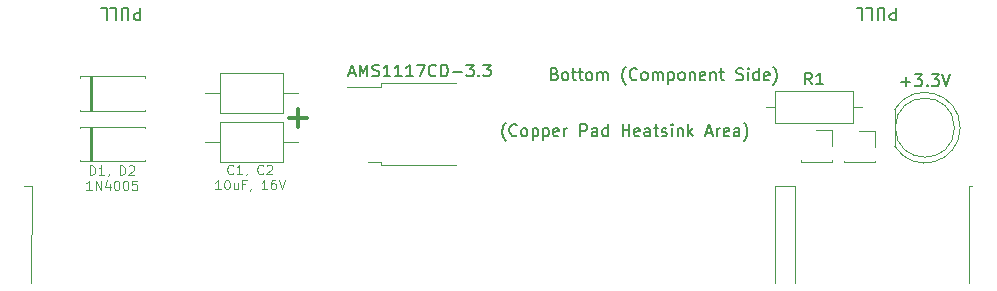
<source format=gbr>
%TF.GenerationSoftware,KiCad,Pcbnew,7.0.7*%
%TF.CreationDate,2023-11-02T08:25:27-05:00*%
%TF.ProjectId,PCI_Blaster,5043495f-426c-4617-9374-65722e6b6963,rev?*%
%TF.SameCoordinates,Original*%
%TF.FileFunction,Legend,Top*%
%TF.FilePolarity,Positive*%
%FSLAX46Y46*%
G04 Gerber Fmt 4.6, Leading zero omitted, Abs format (unit mm)*
G04 Created by KiCad (PCBNEW 7.0.7) date 2023-11-02 08:25:27*
%MOMM*%
%LPD*%
G01*
G04 APERTURE LIST*
%ADD10C,0.125000*%
%ADD11C,0.300000*%
%ADD12C,0.200000*%
%ADD13C,0.150000*%
%ADD14C,0.120000*%
G04 APERTURE END LIST*
D10*
X119353333Y-104249595D02*
X119353333Y-103449595D01*
X119353333Y-103449595D02*
X119543809Y-103449595D01*
X119543809Y-103449595D02*
X119658095Y-103487690D01*
X119658095Y-103487690D02*
X119734285Y-103563880D01*
X119734285Y-103563880D02*
X119772380Y-103640071D01*
X119772380Y-103640071D02*
X119810476Y-103792452D01*
X119810476Y-103792452D02*
X119810476Y-103906738D01*
X119810476Y-103906738D02*
X119772380Y-104059119D01*
X119772380Y-104059119D02*
X119734285Y-104135309D01*
X119734285Y-104135309D02*
X119658095Y-104211500D01*
X119658095Y-104211500D02*
X119543809Y-104249595D01*
X119543809Y-104249595D02*
X119353333Y-104249595D01*
X120572380Y-104249595D02*
X120115237Y-104249595D01*
X120343809Y-104249595D02*
X120343809Y-103449595D01*
X120343809Y-103449595D02*
X120267618Y-103563880D01*
X120267618Y-103563880D02*
X120191428Y-103640071D01*
X120191428Y-103640071D02*
X120115237Y-103678166D01*
X120953333Y-104211500D02*
X120953333Y-104249595D01*
X120953333Y-104249595D02*
X120915238Y-104325785D01*
X120915238Y-104325785D02*
X120877142Y-104363880D01*
X121905714Y-104249595D02*
X121905714Y-103449595D01*
X121905714Y-103449595D02*
X122096190Y-103449595D01*
X122096190Y-103449595D02*
X122210476Y-103487690D01*
X122210476Y-103487690D02*
X122286666Y-103563880D01*
X122286666Y-103563880D02*
X122324761Y-103640071D01*
X122324761Y-103640071D02*
X122362857Y-103792452D01*
X122362857Y-103792452D02*
X122362857Y-103906738D01*
X122362857Y-103906738D02*
X122324761Y-104059119D01*
X122324761Y-104059119D02*
X122286666Y-104135309D01*
X122286666Y-104135309D02*
X122210476Y-104211500D01*
X122210476Y-104211500D02*
X122096190Y-104249595D01*
X122096190Y-104249595D02*
X121905714Y-104249595D01*
X122667618Y-103525785D02*
X122705714Y-103487690D01*
X122705714Y-103487690D02*
X122781904Y-103449595D01*
X122781904Y-103449595D02*
X122972380Y-103449595D01*
X122972380Y-103449595D02*
X123048571Y-103487690D01*
X123048571Y-103487690D02*
X123086666Y-103525785D01*
X123086666Y-103525785D02*
X123124761Y-103601976D01*
X123124761Y-103601976D02*
X123124761Y-103678166D01*
X123124761Y-103678166D02*
X123086666Y-103792452D01*
X123086666Y-103792452D02*
X122629523Y-104249595D01*
X122629523Y-104249595D02*
X123124761Y-104249595D01*
X119505713Y-105537595D02*
X119048570Y-105537595D01*
X119277142Y-105537595D02*
X119277142Y-104737595D01*
X119277142Y-104737595D02*
X119200951Y-104851880D01*
X119200951Y-104851880D02*
X119124761Y-104928071D01*
X119124761Y-104928071D02*
X119048570Y-104966166D01*
X119848571Y-105537595D02*
X119848571Y-104737595D01*
X119848571Y-104737595D02*
X120305714Y-105537595D01*
X120305714Y-105537595D02*
X120305714Y-104737595D01*
X121029523Y-105004261D02*
X121029523Y-105537595D01*
X120839047Y-104699500D02*
X120648570Y-105270928D01*
X120648570Y-105270928D02*
X121143809Y-105270928D01*
X121600952Y-104737595D02*
X121677142Y-104737595D01*
X121677142Y-104737595D02*
X121753333Y-104775690D01*
X121753333Y-104775690D02*
X121791428Y-104813785D01*
X121791428Y-104813785D02*
X121829523Y-104889976D01*
X121829523Y-104889976D02*
X121867618Y-105042357D01*
X121867618Y-105042357D02*
X121867618Y-105232833D01*
X121867618Y-105232833D02*
X121829523Y-105385214D01*
X121829523Y-105385214D02*
X121791428Y-105461404D01*
X121791428Y-105461404D02*
X121753333Y-105499500D01*
X121753333Y-105499500D02*
X121677142Y-105537595D01*
X121677142Y-105537595D02*
X121600952Y-105537595D01*
X121600952Y-105537595D02*
X121524761Y-105499500D01*
X121524761Y-105499500D02*
X121486666Y-105461404D01*
X121486666Y-105461404D02*
X121448571Y-105385214D01*
X121448571Y-105385214D02*
X121410475Y-105232833D01*
X121410475Y-105232833D02*
X121410475Y-105042357D01*
X121410475Y-105042357D02*
X121448571Y-104889976D01*
X121448571Y-104889976D02*
X121486666Y-104813785D01*
X121486666Y-104813785D02*
X121524761Y-104775690D01*
X121524761Y-104775690D02*
X121600952Y-104737595D01*
X122362857Y-104737595D02*
X122439047Y-104737595D01*
X122439047Y-104737595D02*
X122515238Y-104775690D01*
X122515238Y-104775690D02*
X122553333Y-104813785D01*
X122553333Y-104813785D02*
X122591428Y-104889976D01*
X122591428Y-104889976D02*
X122629523Y-105042357D01*
X122629523Y-105042357D02*
X122629523Y-105232833D01*
X122629523Y-105232833D02*
X122591428Y-105385214D01*
X122591428Y-105385214D02*
X122553333Y-105461404D01*
X122553333Y-105461404D02*
X122515238Y-105499500D01*
X122515238Y-105499500D02*
X122439047Y-105537595D01*
X122439047Y-105537595D02*
X122362857Y-105537595D01*
X122362857Y-105537595D02*
X122286666Y-105499500D01*
X122286666Y-105499500D02*
X122248571Y-105461404D01*
X122248571Y-105461404D02*
X122210476Y-105385214D01*
X122210476Y-105385214D02*
X122172380Y-105232833D01*
X122172380Y-105232833D02*
X122172380Y-105042357D01*
X122172380Y-105042357D02*
X122210476Y-104889976D01*
X122210476Y-104889976D02*
X122248571Y-104813785D01*
X122248571Y-104813785D02*
X122286666Y-104775690D01*
X122286666Y-104775690D02*
X122362857Y-104737595D01*
X123353333Y-104737595D02*
X122972381Y-104737595D01*
X122972381Y-104737595D02*
X122934285Y-105118547D01*
X122934285Y-105118547D02*
X122972381Y-105080452D01*
X122972381Y-105080452D02*
X123048571Y-105042357D01*
X123048571Y-105042357D02*
X123239047Y-105042357D01*
X123239047Y-105042357D02*
X123315238Y-105080452D01*
X123315238Y-105080452D02*
X123353333Y-105118547D01*
X123353333Y-105118547D02*
X123391428Y-105194738D01*
X123391428Y-105194738D02*
X123391428Y-105385214D01*
X123391428Y-105385214D02*
X123353333Y-105461404D01*
X123353333Y-105461404D02*
X123315238Y-105499500D01*
X123315238Y-105499500D02*
X123239047Y-105537595D01*
X123239047Y-105537595D02*
X123048571Y-105537595D01*
X123048571Y-105537595D02*
X122972381Y-105499500D01*
X122972381Y-105499500D02*
X122934285Y-105461404D01*
D11*
X136248558Y-99427733D02*
X137772368Y-99427733D01*
X137010463Y-100189638D02*
X137010463Y-98665828D01*
D12*
X187630326Y-90102780D02*
X187630326Y-91102780D01*
X187630326Y-91102780D02*
X187249374Y-91102780D01*
X187249374Y-91102780D02*
X187154136Y-91055161D01*
X187154136Y-91055161D02*
X187106517Y-91007542D01*
X187106517Y-91007542D02*
X187058898Y-90912304D01*
X187058898Y-90912304D02*
X187058898Y-90769447D01*
X187058898Y-90769447D02*
X187106517Y-90674209D01*
X187106517Y-90674209D02*
X187154136Y-90626590D01*
X187154136Y-90626590D02*
X187249374Y-90578971D01*
X187249374Y-90578971D02*
X187630326Y-90578971D01*
X186630326Y-91102780D02*
X186630326Y-90293257D01*
X186630326Y-90293257D02*
X186582707Y-90198019D01*
X186582707Y-90198019D02*
X186535088Y-90150400D01*
X186535088Y-90150400D02*
X186439850Y-90102780D01*
X186439850Y-90102780D02*
X186249374Y-90102780D01*
X186249374Y-90102780D02*
X186154136Y-90150400D01*
X186154136Y-90150400D02*
X186106517Y-90198019D01*
X186106517Y-90198019D02*
X186058898Y-90293257D01*
X186058898Y-90293257D02*
X186058898Y-91102780D01*
X185106517Y-90102780D02*
X185582707Y-90102780D01*
X185582707Y-90102780D02*
X185582707Y-91102780D01*
X184296993Y-90102780D02*
X184773183Y-90102780D01*
X184773183Y-90102780D02*
X184773183Y-91102780D01*
X123630326Y-90102780D02*
X123630326Y-91102780D01*
X123630326Y-91102780D02*
X123249374Y-91102780D01*
X123249374Y-91102780D02*
X123154136Y-91055161D01*
X123154136Y-91055161D02*
X123106517Y-91007542D01*
X123106517Y-91007542D02*
X123058898Y-90912304D01*
X123058898Y-90912304D02*
X123058898Y-90769447D01*
X123058898Y-90769447D02*
X123106517Y-90674209D01*
X123106517Y-90674209D02*
X123154136Y-90626590D01*
X123154136Y-90626590D02*
X123249374Y-90578971D01*
X123249374Y-90578971D02*
X123630326Y-90578971D01*
X122630326Y-91102780D02*
X122630326Y-90293257D01*
X122630326Y-90293257D02*
X122582707Y-90198019D01*
X122582707Y-90198019D02*
X122535088Y-90150400D01*
X122535088Y-90150400D02*
X122439850Y-90102780D01*
X122439850Y-90102780D02*
X122249374Y-90102780D01*
X122249374Y-90102780D02*
X122154136Y-90150400D01*
X122154136Y-90150400D02*
X122106517Y-90198019D01*
X122106517Y-90198019D02*
X122058898Y-90293257D01*
X122058898Y-90293257D02*
X122058898Y-91102780D01*
X121106517Y-90102780D02*
X121582707Y-90102780D01*
X121582707Y-90102780D02*
X121582707Y-91102780D01*
X120296993Y-90102780D02*
X120773183Y-90102780D01*
X120773183Y-90102780D02*
X120773183Y-91102780D01*
D13*
X158720112Y-95696009D02*
X158862969Y-95743628D01*
X158862969Y-95743628D02*
X158910588Y-95791247D01*
X158910588Y-95791247D02*
X158958207Y-95886485D01*
X158958207Y-95886485D02*
X158958207Y-96029342D01*
X158958207Y-96029342D02*
X158910588Y-96124580D01*
X158910588Y-96124580D02*
X158862969Y-96172200D01*
X158862969Y-96172200D02*
X158767731Y-96219819D01*
X158767731Y-96219819D02*
X158386779Y-96219819D01*
X158386779Y-96219819D02*
X158386779Y-95219819D01*
X158386779Y-95219819D02*
X158720112Y-95219819D01*
X158720112Y-95219819D02*
X158815350Y-95267438D01*
X158815350Y-95267438D02*
X158862969Y-95315057D01*
X158862969Y-95315057D02*
X158910588Y-95410295D01*
X158910588Y-95410295D02*
X158910588Y-95505533D01*
X158910588Y-95505533D02*
X158862969Y-95600771D01*
X158862969Y-95600771D02*
X158815350Y-95648390D01*
X158815350Y-95648390D02*
X158720112Y-95696009D01*
X158720112Y-95696009D02*
X158386779Y-95696009D01*
X159529636Y-96219819D02*
X159434398Y-96172200D01*
X159434398Y-96172200D02*
X159386779Y-96124580D01*
X159386779Y-96124580D02*
X159339160Y-96029342D01*
X159339160Y-96029342D02*
X159339160Y-95743628D01*
X159339160Y-95743628D02*
X159386779Y-95648390D01*
X159386779Y-95648390D02*
X159434398Y-95600771D01*
X159434398Y-95600771D02*
X159529636Y-95553152D01*
X159529636Y-95553152D02*
X159672493Y-95553152D01*
X159672493Y-95553152D02*
X159767731Y-95600771D01*
X159767731Y-95600771D02*
X159815350Y-95648390D01*
X159815350Y-95648390D02*
X159862969Y-95743628D01*
X159862969Y-95743628D02*
X159862969Y-96029342D01*
X159862969Y-96029342D02*
X159815350Y-96124580D01*
X159815350Y-96124580D02*
X159767731Y-96172200D01*
X159767731Y-96172200D02*
X159672493Y-96219819D01*
X159672493Y-96219819D02*
X159529636Y-96219819D01*
X160148684Y-95553152D02*
X160529636Y-95553152D01*
X160291541Y-95219819D02*
X160291541Y-96076961D01*
X160291541Y-96076961D02*
X160339160Y-96172200D01*
X160339160Y-96172200D02*
X160434398Y-96219819D01*
X160434398Y-96219819D02*
X160529636Y-96219819D01*
X160720113Y-95553152D02*
X161101065Y-95553152D01*
X160862970Y-95219819D02*
X160862970Y-96076961D01*
X160862970Y-96076961D02*
X160910589Y-96172200D01*
X160910589Y-96172200D02*
X161005827Y-96219819D01*
X161005827Y-96219819D02*
X161101065Y-96219819D01*
X161577256Y-96219819D02*
X161482018Y-96172200D01*
X161482018Y-96172200D02*
X161434399Y-96124580D01*
X161434399Y-96124580D02*
X161386780Y-96029342D01*
X161386780Y-96029342D02*
X161386780Y-95743628D01*
X161386780Y-95743628D02*
X161434399Y-95648390D01*
X161434399Y-95648390D02*
X161482018Y-95600771D01*
X161482018Y-95600771D02*
X161577256Y-95553152D01*
X161577256Y-95553152D02*
X161720113Y-95553152D01*
X161720113Y-95553152D02*
X161815351Y-95600771D01*
X161815351Y-95600771D02*
X161862970Y-95648390D01*
X161862970Y-95648390D02*
X161910589Y-95743628D01*
X161910589Y-95743628D02*
X161910589Y-96029342D01*
X161910589Y-96029342D02*
X161862970Y-96124580D01*
X161862970Y-96124580D02*
X161815351Y-96172200D01*
X161815351Y-96172200D02*
X161720113Y-96219819D01*
X161720113Y-96219819D02*
X161577256Y-96219819D01*
X162339161Y-96219819D02*
X162339161Y-95553152D01*
X162339161Y-95648390D02*
X162386780Y-95600771D01*
X162386780Y-95600771D02*
X162482018Y-95553152D01*
X162482018Y-95553152D02*
X162624875Y-95553152D01*
X162624875Y-95553152D02*
X162720113Y-95600771D01*
X162720113Y-95600771D02*
X162767732Y-95696009D01*
X162767732Y-95696009D02*
X162767732Y-96219819D01*
X162767732Y-95696009D02*
X162815351Y-95600771D01*
X162815351Y-95600771D02*
X162910589Y-95553152D01*
X162910589Y-95553152D02*
X163053446Y-95553152D01*
X163053446Y-95553152D02*
X163148685Y-95600771D01*
X163148685Y-95600771D02*
X163196304Y-95696009D01*
X163196304Y-95696009D02*
X163196304Y-96219819D01*
X164720113Y-96600771D02*
X164672494Y-96553152D01*
X164672494Y-96553152D02*
X164577256Y-96410295D01*
X164577256Y-96410295D02*
X164529637Y-96315057D01*
X164529637Y-96315057D02*
X164482018Y-96172200D01*
X164482018Y-96172200D02*
X164434399Y-95934104D01*
X164434399Y-95934104D02*
X164434399Y-95743628D01*
X164434399Y-95743628D02*
X164482018Y-95505533D01*
X164482018Y-95505533D02*
X164529637Y-95362676D01*
X164529637Y-95362676D02*
X164577256Y-95267438D01*
X164577256Y-95267438D02*
X164672494Y-95124580D01*
X164672494Y-95124580D02*
X164720113Y-95076961D01*
X165672494Y-96124580D02*
X165624875Y-96172200D01*
X165624875Y-96172200D02*
X165482018Y-96219819D01*
X165482018Y-96219819D02*
X165386780Y-96219819D01*
X165386780Y-96219819D02*
X165243923Y-96172200D01*
X165243923Y-96172200D02*
X165148685Y-96076961D01*
X165148685Y-96076961D02*
X165101066Y-95981723D01*
X165101066Y-95981723D02*
X165053447Y-95791247D01*
X165053447Y-95791247D02*
X165053447Y-95648390D01*
X165053447Y-95648390D02*
X165101066Y-95457914D01*
X165101066Y-95457914D02*
X165148685Y-95362676D01*
X165148685Y-95362676D02*
X165243923Y-95267438D01*
X165243923Y-95267438D02*
X165386780Y-95219819D01*
X165386780Y-95219819D02*
X165482018Y-95219819D01*
X165482018Y-95219819D02*
X165624875Y-95267438D01*
X165624875Y-95267438D02*
X165672494Y-95315057D01*
X166243923Y-96219819D02*
X166148685Y-96172200D01*
X166148685Y-96172200D02*
X166101066Y-96124580D01*
X166101066Y-96124580D02*
X166053447Y-96029342D01*
X166053447Y-96029342D02*
X166053447Y-95743628D01*
X166053447Y-95743628D02*
X166101066Y-95648390D01*
X166101066Y-95648390D02*
X166148685Y-95600771D01*
X166148685Y-95600771D02*
X166243923Y-95553152D01*
X166243923Y-95553152D02*
X166386780Y-95553152D01*
X166386780Y-95553152D02*
X166482018Y-95600771D01*
X166482018Y-95600771D02*
X166529637Y-95648390D01*
X166529637Y-95648390D02*
X166577256Y-95743628D01*
X166577256Y-95743628D02*
X166577256Y-96029342D01*
X166577256Y-96029342D02*
X166529637Y-96124580D01*
X166529637Y-96124580D02*
X166482018Y-96172200D01*
X166482018Y-96172200D02*
X166386780Y-96219819D01*
X166386780Y-96219819D02*
X166243923Y-96219819D01*
X167005828Y-96219819D02*
X167005828Y-95553152D01*
X167005828Y-95648390D02*
X167053447Y-95600771D01*
X167053447Y-95600771D02*
X167148685Y-95553152D01*
X167148685Y-95553152D02*
X167291542Y-95553152D01*
X167291542Y-95553152D02*
X167386780Y-95600771D01*
X167386780Y-95600771D02*
X167434399Y-95696009D01*
X167434399Y-95696009D02*
X167434399Y-96219819D01*
X167434399Y-95696009D02*
X167482018Y-95600771D01*
X167482018Y-95600771D02*
X167577256Y-95553152D01*
X167577256Y-95553152D02*
X167720113Y-95553152D01*
X167720113Y-95553152D02*
X167815352Y-95600771D01*
X167815352Y-95600771D02*
X167862971Y-95696009D01*
X167862971Y-95696009D02*
X167862971Y-96219819D01*
X168339161Y-95553152D02*
X168339161Y-96553152D01*
X168339161Y-95600771D02*
X168434399Y-95553152D01*
X168434399Y-95553152D02*
X168624875Y-95553152D01*
X168624875Y-95553152D02*
X168720113Y-95600771D01*
X168720113Y-95600771D02*
X168767732Y-95648390D01*
X168767732Y-95648390D02*
X168815351Y-95743628D01*
X168815351Y-95743628D02*
X168815351Y-96029342D01*
X168815351Y-96029342D02*
X168767732Y-96124580D01*
X168767732Y-96124580D02*
X168720113Y-96172200D01*
X168720113Y-96172200D02*
X168624875Y-96219819D01*
X168624875Y-96219819D02*
X168434399Y-96219819D01*
X168434399Y-96219819D02*
X168339161Y-96172200D01*
X169386780Y-96219819D02*
X169291542Y-96172200D01*
X169291542Y-96172200D02*
X169243923Y-96124580D01*
X169243923Y-96124580D02*
X169196304Y-96029342D01*
X169196304Y-96029342D02*
X169196304Y-95743628D01*
X169196304Y-95743628D02*
X169243923Y-95648390D01*
X169243923Y-95648390D02*
X169291542Y-95600771D01*
X169291542Y-95600771D02*
X169386780Y-95553152D01*
X169386780Y-95553152D02*
X169529637Y-95553152D01*
X169529637Y-95553152D02*
X169624875Y-95600771D01*
X169624875Y-95600771D02*
X169672494Y-95648390D01*
X169672494Y-95648390D02*
X169720113Y-95743628D01*
X169720113Y-95743628D02*
X169720113Y-96029342D01*
X169720113Y-96029342D02*
X169672494Y-96124580D01*
X169672494Y-96124580D02*
X169624875Y-96172200D01*
X169624875Y-96172200D02*
X169529637Y-96219819D01*
X169529637Y-96219819D02*
X169386780Y-96219819D01*
X170148685Y-95553152D02*
X170148685Y-96219819D01*
X170148685Y-95648390D02*
X170196304Y-95600771D01*
X170196304Y-95600771D02*
X170291542Y-95553152D01*
X170291542Y-95553152D02*
X170434399Y-95553152D01*
X170434399Y-95553152D02*
X170529637Y-95600771D01*
X170529637Y-95600771D02*
X170577256Y-95696009D01*
X170577256Y-95696009D02*
X170577256Y-96219819D01*
X171434399Y-96172200D02*
X171339161Y-96219819D01*
X171339161Y-96219819D02*
X171148685Y-96219819D01*
X171148685Y-96219819D02*
X171053447Y-96172200D01*
X171053447Y-96172200D02*
X171005828Y-96076961D01*
X171005828Y-96076961D02*
X171005828Y-95696009D01*
X171005828Y-95696009D02*
X171053447Y-95600771D01*
X171053447Y-95600771D02*
X171148685Y-95553152D01*
X171148685Y-95553152D02*
X171339161Y-95553152D01*
X171339161Y-95553152D02*
X171434399Y-95600771D01*
X171434399Y-95600771D02*
X171482018Y-95696009D01*
X171482018Y-95696009D02*
X171482018Y-95791247D01*
X171482018Y-95791247D02*
X171005828Y-95886485D01*
X171910590Y-95553152D02*
X171910590Y-96219819D01*
X171910590Y-95648390D02*
X171958209Y-95600771D01*
X171958209Y-95600771D02*
X172053447Y-95553152D01*
X172053447Y-95553152D02*
X172196304Y-95553152D01*
X172196304Y-95553152D02*
X172291542Y-95600771D01*
X172291542Y-95600771D02*
X172339161Y-95696009D01*
X172339161Y-95696009D02*
X172339161Y-96219819D01*
X172672495Y-95553152D02*
X173053447Y-95553152D01*
X172815352Y-95219819D02*
X172815352Y-96076961D01*
X172815352Y-96076961D02*
X172862971Y-96172200D01*
X172862971Y-96172200D02*
X172958209Y-96219819D01*
X172958209Y-96219819D02*
X173053447Y-96219819D01*
X174101067Y-96172200D02*
X174243924Y-96219819D01*
X174243924Y-96219819D02*
X174482019Y-96219819D01*
X174482019Y-96219819D02*
X174577257Y-96172200D01*
X174577257Y-96172200D02*
X174624876Y-96124580D01*
X174624876Y-96124580D02*
X174672495Y-96029342D01*
X174672495Y-96029342D02*
X174672495Y-95934104D01*
X174672495Y-95934104D02*
X174624876Y-95838866D01*
X174624876Y-95838866D02*
X174577257Y-95791247D01*
X174577257Y-95791247D02*
X174482019Y-95743628D01*
X174482019Y-95743628D02*
X174291543Y-95696009D01*
X174291543Y-95696009D02*
X174196305Y-95648390D01*
X174196305Y-95648390D02*
X174148686Y-95600771D01*
X174148686Y-95600771D02*
X174101067Y-95505533D01*
X174101067Y-95505533D02*
X174101067Y-95410295D01*
X174101067Y-95410295D02*
X174148686Y-95315057D01*
X174148686Y-95315057D02*
X174196305Y-95267438D01*
X174196305Y-95267438D02*
X174291543Y-95219819D01*
X174291543Y-95219819D02*
X174529638Y-95219819D01*
X174529638Y-95219819D02*
X174672495Y-95267438D01*
X175101067Y-96219819D02*
X175101067Y-95553152D01*
X175101067Y-95219819D02*
X175053448Y-95267438D01*
X175053448Y-95267438D02*
X175101067Y-95315057D01*
X175101067Y-95315057D02*
X175148686Y-95267438D01*
X175148686Y-95267438D02*
X175101067Y-95219819D01*
X175101067Y-95219819D02*
X175101067Y-95315057D01*
X176005828Y-96219819D02*
X176005828Y-95219819D01*
X176005828Y-96172200D02*
X175910590Y-96219819D01*
X175910590Y-96219819D02*
X175720114Y-96219819D01*
X175720114Y-96219819D02*
X175624876Y-96172200D01*
X175624876Y-96172200D02*
X175577257Y-96124580D01*
X175577257Y-96124580D02*
X175529638Y-96029342D01*
X175529638Y-96029342D02*
X175529638Y-95743628D01*
X175529638Y-95743628D02*
X175577257Y-95648390D01*
X175577257Y-95648390D02*
X175624876Y-95600771D01*
X175624876Y-95600771D02*
X175720114Y-95553152D01*
X175720114Y-95553152D02*
X175910590Y-95553152D01*
X175910590Y-95553152D02*
X176005828Y-95600771D01*
X176862971Y-96172200D02*
X176767733Y-96219819D01*
X176767733Y-96219819D02*
X176577257Y-96219819D01*
X176577257Y-96219819D02*
X176482019Y-96172200D01*
X176482019Y-96172200D02*
X176434400Y-96076961D01*
X176434400Y-96076961D02*
X176434400Y-95696009D01*
X176434400Y-95696009D02*
X176482019Y-95600771D01*
X176482019Y-95600771D02*
X176577257Y-95553152D01*
X176577257Y-95553152D02*
X176767733Y-95553152D01*
X176767733Y-95553152D02*
X176862971Y-95600771D01*
X176862971Y-95600771D02*
X176910590Y-95696009D01*
X176910590Y-95696009D02*
X176910590Y-95791247D01*
X176910590Y-95791247D02*
X176434400Y-95886485D01*
X177243924Y-96600771D02*
X177291543Y-96553152D01*
X177291543Y-96553152D02*
X177386781Y-96410295D01*
X177386781Y-96410295D02*
X177434400Y-96315057D01*
X177434400Y-96315057D02*
X177482019Y-96172200D01*
X177482019Y-96172200D02*
X177529638Y-95934104D01*
X177529638Y-95934104D02*
X177529638Y-95743628D01*
X177529638Y-95743628D02*
X177482019Y-95505533D01*
X177482019Y-95505533D02*
X177434400Y-95362676D01*
X177434400Y-95362676D02*
X177386781Y-95267438D01*
X177386781Y-95267438D02*
X177291543Y-95124580D01*
X177291543Y-95124580D02*
X177243924Y-95076961D01*
D10*
X131490476Y-104103404D02*
X131452380Y-104141500D01*
X131452380Y-104141500D02*
X131338095Y-104179595D01*
X131338095Y-104179595D02*
X131261904Y-104179595D01*
X131261904Y-104179595D02*
X131147618Y-104141500D01*
X131147618Y-104141500D02*
X131071428Y-104065309D01*
X131071428Y-104065309D02*
X131033333Y-103989119D01*
X131033333Y-103989119D02*
X130995237Y-103836738D01*
X130995237Y-103836738D02*
X130995237Y-103722452D01*
X130995237Y-103722452D02*
X131033333Y-103570071D01*
X131033333Y-103570071D02*
X131071428Y-103493880D01*
X131071428Y-103493880D02*
X131147618Y-103417690D01*
X131147618Y-103417690D02*
X131261904Y-103379595D01*
X131261904Y-103379595D02*
X131338095Y-103379595D01*
X131338095Y-103379595D02*
X131452380Y-103417690D01*
X131452380Y-103417690D02*
X131490476Y-103455785D01*
X132252380Y-104179595D02*
X131795237Y-104179595D01*
X132023809Y-104179595D02*
X132023809Y-103379595D01*
X132023809Y-103379595D02*
X131947618Y-103493880D01*
X131947618Y-103493880D02*
X131871428Y-103570071D01*
X131871428Y-103570071D02*
X131795237Y-103608166D01*
X132633333Y-104141500D02*
X132633333Y-104179595D01*
X132633333Y-104179595D02*
X132595238Y-104255785D01*
X132595238Y-104255785D02*
X132557142Y-104293880D01*
X134042857Y-104103404D02*
X134004761Y-104141500D01*
X134004761Y-104141500D02*
X133890476Y-104179595D01*
X133890476Y-104179595D02*
X133814285Y-104179595D01*
X133814285Y-104179595D02*
X133699999Y-104141500D01*
X133699999Y-104141500D02*
X133623809Y-104065309D01*
X133623809Y-104065309D02*
X133585714Y-103989119D01*
X133585714Y-103989119D02*
X133547618Y-103836738D01*
X133547618Y-103836738D02*
X133547618Y-103722452D01*
X133547618Y-103722452D02*
X133585714Y-103570071D01*
X133585714Y-103570071D02*
X133623809Y-103493880D01*
X133623809Y-103493880D02*
X133699999Y-103417690D01*
X133699999Y-103417690D02*
X133814285Y-103379595D01*
X133814285Y-103379595D02*
X133890476Y-103379595D01*
X133890476Y-103379595D02*
X134004761Y-103417690D01*
X134004761Y-103417690D02*
X134042857Y-103455785D01*
X134347618Y-103455785D02*
X134385714Y-103417690D01*
X134385714Y-103417690D02*
X134461904Y-103379595D01*
X134461904Y-103379595D02*
X134652380Y-103379595D01*
X134652380Y-103379595D02*
X134728571Y-103417690D01*
X134728571Y-103417690D02*
X134766666Y-103455785D01*
X134766666Y-103455785D02*
X134804761Y-103531976D01*
X134804761Y-103531976D02*
X134804761Y-103608166D01*
X134804761Y-103608166D02*
X134766666Y-103722452D01*
X134766666Y-103722452D02*
X134309523Y-104179595D01*
X134309523Y-104179595D02*
X134804761Y-104179595D01*
X130442856Y-105467595D02*
X129985713Y-105467595D01*
X130214285Y-105467595D02*
X130214285Y-104667595D01*
X130214285Y-104667595D02*
X130138094Y-104781880D01*
X130138094Y-104781880D02*
X130061904Y-104858071D01*
X130061904Y-104858071D02*
X129985713Y-104896166D01*
X130938095Y-104667595D02*
X131014285Y-104667595D01*
X131014285Y-104667595D02*
X131090476Y-104705690D01*
X131090476Y-104705690D02*
X131128571Y-104743785D01*
X131128571Y-104743785D02*
X131166666Y-104819976D01*
X131166666Y-104819976D02*
X131204761Y-104972357D01*
X131204761Y-104972357D02*
X131204761Y-105162833D01*
X131204761Y-105162833D02*
X131166666Y-105315214D01*
X131166666Y-105315214D02*
X131128571Y-105391404D01*
X131128571Y-105391404D02*
X131090476Y-105429500D01*
X131090476Y-105429500D02*
X131014285Y-105467595D01*
X131014285Y-105467595D02*
X130938095Y-105467595D01*
X130938095Y-105467595D02*
X130861904Y-105429500D01*
X130861904Y-105429500D02*
X130823809Y-105391404D01*
X130823809Y-105391404D02*
X130785714Y-105315214D01*
X130785714Y-105315214D02*
X130747618Y-105162833D01*
X130747618Y-105162833D02*
X130747618Y-104972357D01*
X130747618Y-104972357D02*
X130785714Y-104819976D01*
X130785714Y-104819976D02*
X130823809Y-104743785D01*
X130823809Y-104743785D02*
X130861904Y-104705690D01*
X130861904Y-104705690D02*
X130938095Y-104667595D01*
X131890476Y-104934261D02*
X131890476Y-105467595D01*
X131547619Y-104934261D02*
X131547619Y-105353309D01*
X131547619Y-105353309D02*
X131585714Y-105429500D01*
X131585714Y-105429500D02*
X131661904Y-105467595D01*
X131661904Y-105467595D02*
X131776190Y-105467595D01*
X131776190Y-105467595D02*
X131852381Y-105429500D01*
X131852381Y-105429500D02*
X131890476Y-105391404D01*
X132538095Y-105048547D02*
X132271429Y-105048547D01*
X132271429Y-105467595D02*
X132271429Y-104667595D01*
X132271429Y-104667595D02*
X132652381Y-104667595D01*
X132995238Y-105429500D02*
X132995238Y-105467595D01*
X132995238Y-105467595D02*
X132957143Y-105543785D01*
X132957143Y-105543785D02*
X132919047Y-105581880D01*
X134366666Y-105467595D02*
X133909523Y-105467595D01*
X134138095Y-105467595D02*
X134138095Y-104667595D01*
X134138095Y-104667595D02*
X134061904Y-104781880D01*
X134061904Y-104781880D02*
X133985714Y-104858071D01*
X133985714Y-104858071D02*
X133909523Y-104896166D01*
X135052381Y-104667595D02*
X134900000Y-104667595D01*
X134900000Y-104667595D02*
X134823809Y-104705690D01*
X134823809Y-104705690D02*
X134785714Y-104743785D01*
X134785714Y-104743785D02*
X134709524Y-104858071D01*
X134709524Y-104858071D02*
X134671428Y-105010452D01*
X134671428Y-105010452D02*
X134671428Y-105315214D01*
X134671428Y-105315214D02*
X134709524Y-105391404D01*
X134709524Y-105391404D02*
X134747619Y-105429500D01*
X134747619Y-105429500D02*
X134823809Y-105467595D01*
X134823809Y-105467595D02*
X134976190Y-105467595D01*
X134976190Y-105467595D02*
X135052381Y-105429500D01*
X135052381Y-105429500D02*
X135090476Y-105391404D01*
X135090476Y-105391404D02*
X135128571Y-105315214D01*
X135128571Y-105315214D02*
X135128571Y-105124738D01*
X135128571Y-105124738D02*
X135090476Y-105048547D01*
X135090476Y-105048547D02*
X135052381Y-105010452D01*
X135052381Y-105010452D02*
X134976190Y-104972357D01*
X134976190Y-104972357D02*
X134823809Y-104972357D01*
X134823809Y-104972357D02*
X134747619Y-105010452D01*
X134747619Y-105010452D02*
X134709524Y-105048547D01*
X134709524Y-105048547D02*
X134671428Y-105124738D01*
X135357143Y-104667595D02*
X135623810Y-105467595D01*
X135623810Y-105467595D02*
X135890476Y-104667595D01*
D12*
X154555387Y-101348171D02*
X154507768Y-101300552D01*
X154507768Y-101300552D02*
X154412530Y-101157695D01*
X154412530Y-101157695D02*
X154364911Y-101062457D01*
X154364911Y-101062457D02*
X154317292Y-100919600D01*
X154317292Y-100919600D02*
X154269673Y-100681504D01*
X154269673Y-100681504D02*
X154269673Y-100491028D01*
X154269673Y-100491028D02*
X154317292Y-100252933D01*
X154317292Y-100252933D02*
X154364911Y-100110076D01*
X154364911Y-100110076D02*
X154412530Y-100014838D01*
X154412530Y-100014838D02*
X154507768Y-99871980D01*
X154507768Y-99871980D02*
X154555387Y-99824361D01*
X155507768Y-100871980D02*
X155460149Y-100919600D01*
X155460149Y-100919600D02*
X155317292Y-100967219D01*
X155317292Y-100967219D02*
X155222054Y-100967219D01*
X155222054Y-100967219D02*
X155079197Y-100919600D01*
X155079197Y-100919600D02*
X154983959Y-100824361D01*
X154983959Y-100824361D02*
X154936340Y-100729123D01*
X154936340Y-100729123D02*
X154888721Y-100538647D01*
X154888721Y-100538647D02*
X154888721Y-100395790D01*
X154888721Y-100395790D02*
X154936340Y-100205314D01*
X154936340Y-100205314D02*
X154983959Y-100110076D01*
X154983959Y-100110076D02*
X155079197Y-100014838D01*
X155079197Y-100014838D02*
X155222054Y-99967219D01*
X155222054Y-99967219D02*
X155317292Y-99967219D01*
X155317292Y-99967219D02*
X155460149Y-100014838D01*
X155460149Y-100014838D02*
X155507768Y-100062457D01*
X156079197Y-100967219D02*
X155983959Y-100919600D01*
X155983959Y-100919600D02*
X155936340Y-100871980D01*
X155936340Y-100871980D02*
X155888721Y-100776742D01*
X155888721Y-100776742D02*
X155888721Y-100491028D01*
X155888721Y-100491028D02*
X155936340Y-100395790D01*
X155936340Y-100395790D02*
X155983959Y-100348171D01*
X155983959Y-100348171D02*
X156079197Y-100300552D01*
X156079197Y-100300552D02*
X156222054Y-100300552D01*
X156222054Y-100300552D02*
X156317292Y-100348171D01*
X156317292Y-100348171D02*
X156364911Y-100395790D01*
X156364911Y-100395790D02*
X156412530Y-100491028D01*
X156412530Y-100491028D02*
X156412530Y-100776742D01*
X156412530Y-100776742D02*
X156364911Y-100871980D01*
X156364911Y-100871980D02*
X156317292Y-100919600D01*
X156317292Y-100919600D02*
X156222054Y-100967219D01*
X156222054Y-100967219D02*
X156079197Y-100967219D01*
X156841102Y-100300552D02*
X156841102Y-101300552D01*
X156841102Y-100348171D02*
X156936340Y-100300552D01*
X156936340Y-100300552D02*
X157126816Y-100300552D01*
X157126816Y-100300552D02*
X157222054Y-100348171D01*
X157222054Y-100348171D02*
X157269673Y-100395790D01*
X157269673Y-100395790D02*
X157317292Y-100491028D01*
X157317292Y-100491028D02*
X157317292Y-100776742D01*
X157317292Y-100776742D02*
X157269673Y-100871980D01*
X157269673Y-100871980D02*
X157222054Y-100919600D01*
X157222054Y-100919600D02*
X157126816Y-100967219D01*
X157126816Y-100967219D02*
X156936340Y-100967219D01*
X156936340Y-100967219D02*
X156841102Y-100919600D01*
X157745864Y-100300552D02*
X157745864Y-101300552D01*
X157745864Y-100348171D02*
X157841102Y-100300552D01*
X157841102Y-100300552D02*
X158031578Y-100300552D01*
X158031578Y-100300552D02*
X158126816Y-100348171D01*
X158126816Y-100348171D02*
X158174435Y-100395790D01*
X158174435Y-100395790D02*
X158222054Y-100491028D01*
X158222054Y-100491028D02*
X158222054Y-100776742D01*
X158222054Y-100776742D02*
X158174435Y-100871980D01*
X158174435Y-100871980D02*
X158126816Y-100919600D01*
X158126816Y-100919600D02*
X158031578Y-100967219D01*
X158031578Y-100967219D02*
X157841102Y-100967219D01*
X157841102Y-100967219D02*
X157745864Y-100919600D01*
X159031578Y-100919600D02*
X158936340Y-100967219D01*
X158936340Y-100967219D02*
X158745864Y-100967219D01*
X158745864Y-100967219D02*
X158650626Y-100919600D01*
X158650626Y-100919600D02*
X158603007Y-100824361D01*
X158603007Y-100824361D02*
X158603007Y-100443409D01*
X158603007Y-100443409D02*
X158650626Y-100348171D01*
X158650626Y-100348171D02*
X158745864Y-100300552D01*
X158745864Y-100300552D02*
X158936340Y-100300552D01*
X158936340Y-100300552D02*
X159031578Y-100348171D01*
X159031578Y-100348171D02*
X159079197Y-100443409D01*
X159079197Y-100443409D02*
X159079197Y-100538647D01*
X159079197Y-100538647D02*
X158603007Y-100633885D01*
X159507769Y-100967219D02*
X159507769Y-100300552D01*
X159507769Y-100491028D02*
X159555388Y-100395790D01*
X159555388Y-100395790D02*
X159603007Y-100348171D01*
X159603007Y-100348171D02*
X159698245Y-100300552D01*
X159698245Y-100300552D02*
X159793483Y-100300552D01*
X160888722Y-100967219D02*
X160888722Y-99967219D01*
X160888722Y-99967219D02*
X161269674Y-99967219D01*
X161269674Y-99967219D02*
X161364912Y-100014838D01*
X161364912Y-100014838D02*
X161412531Y-100062457D01*
X161412531Y-100062457D02*
X161460150Y-100157695D01*
X161460150Y-100157695D02*
X161460150Y-100300552D01*
X161460150Y-100300552D02*
X161412531Y-100395790D01*
X161412531Y-100395790D02*
X161364912Y-100443409D01*
X161364912Y-100443409D02*
X161269674Y-100491028D01*
X161269674Y-100491028D02*
X160888722Y-100491028D01*
X162317293Y-100967219D02*
X162317293Y-100443409D01*
X162317293Y-100443409D02*
X162269674Y-100348171D01*
X162269674Y-100348171D02*
X162174436Y-100300552D01*
X162174436Y-100300552D02*
X161983960Y-100300552D01*
X161983960Y-100300552D02*
X161888722Y-100348171D01*
X162317293Y-100919600D02*
X162222055Y-100967219D01*
X162222055Y-100967219D02*
X161983960Y-100967219D01*
X161983960Y-100967219D02*
X161888722Y-100919600D01*
X161888722Y-100919600D02*
X161841103Y-100824361D01*
X161841103Y-100824361D02*
X161841103Y-100729123D01*
X161841103Y-100729123D02*
X161888722Y-100633885D01*
X161888722Y-100633885D02*
X161983960Y-100586266D01*
X161983960Y-100586266D02*
X162222055Y-100586266D01*
X162222055Y-100586266D02*
X162317293Y-100538647D01*
X163222055Y-100967219D02*
X163222055Y-99967219D01*
X163222055Y-100919600D02*
X163126817Y-100967219D01*
X163126817Y-100967219D02*
X162936341Y-100967219D01*
X162936341Y-100967219D02*
X162841103Y-100919600D01*
X162841103Y-100919600D02*
X162793484Y-100871980D01*
X162793484Y-100871980D02*
X162745865Y-100776742D01*
X162745865Y-100776742D02*
X162745865Y-100491028D01*
X162745865Y-100491028D02*
X162793484Y-100395790D01*
X162793484Y-100395790D02*
X162841103Y-100348171D01*
X162841103Y-100348171D02*
X162936341Y-100300552D01*
X162936341Y-100300552D02*
X163126817Y-100300552D01*
X163126817Y-100300552D02*
X163222055Y-100348171D01*
X164460151Y-100967219D02*
X164460151Y-99967219D01*
X164460151Y-100443409D02*
X165031579Y-100443409D01*
X165031579Y-100967219D02*
X165031579Y-99967219D01*
X165888722Y-100919600D02*
X165793484Y-100967219D01*
X165793484Y-100967219D02*
X165603008Y-100967219D01*
X165603008Y-100967219D02*
X165507770Y-100919600D01*
X165507770Y-100919600D02*
X165460151Y-100824361D01*
X165460151Y-100824361D02*
X165460151Y-100443409D01*
X165460151Y-100443409D02*
X165507770Y-100348171D01*
X165507770Y-100348171D02*
X165603008Y-100300552D01*
X165603008Y-100300552D02*
X165793484Y-100300552D01*
X165793484Y-100300552D02*
X165888722Y-100348171D01*
X165888722Y-100348171D02*
X165936341Y-100443409D01*
X165936341Y-100443409D02*
X165936341Y-100538647D01*
X165936341Y-100538647D02*
X165460151Y-100633885D01*
X166793484Y-100967219D02*
X166793484Y-100443409D01*
X166793484Y-100443409D02*
X166745865Y-100348171D01*
X166745865Y-100348171D02*
X166650627Y-100300552D01*
X166650627Y-100300552D02*
X166460151Y-100300552D01*
X166460151Y-100300552D02*
X166364913Y-100348171D01*
X166793484Y-100919600D02*
X166698246Y-100967219D01*
X166698246Y-100967219D02*
X166460151Y-100967219D01*
X166460151Y-100967219D02*
X166364913Y-100919600D01*
X166364913Y-100919600D02*
X166317294Y-100824361D01*
X166317294Y-100824361D02*
X166317294Y-100729123D01*
X166317294Y-100729123D02*
X166364913Y-100633885D01*
X166364913Y-100633885D02*
X166460151Y-100586266D01*
X166460151Y-100586266D02*
X166698246Y-100586266D01*
X166698246Y-100586266D02*
X166793484Y-100538647D01*
X167126818Y-100300552D02*
X167507770Y-100300552D01*
X167269675Y-99967219D02*
X167269675Y-100824361D01*
X167269675Y-100824361D02*
X167317294Y-100919600D01*
X167317294Y-100919600D02*
X167412532Y-100967219D01*
X167412532Y-100967219D02*
X167507770Y-100967219D01*
X167793485Y-100919600D02*
X167888723Y-100967219D01*
X167888723Y-100967219D02*
X168079199Y-100967219D01*
X168079199Y-100967219D02*
X168174437Y-100919600D01*
X168174437Y-100919600D02*
X168222056Y-100824361D01*
X168222056Y-100824361D02*
X168222056Y-100776742D01*
X168222056Y-100776742D02*
X168174437Y-100681504D01*
X168174437Y-100681504D02*
X168079199Y-100633885D01*
X168079199Y-100633885D02*
X167936342Y-100633885D01*
X167936342Y-100633885D02*
X167841104Y-100586266D01*
X167841104Y-100586266D02*
X167793485Y-100491028D01*
X167793485Y-100491028D02*
X167793485Y-100443409D01*
X167793485Y-100443409D02*
X167841104Y-100348171D01*
X167841104Y-100348171D02*
X167936342Y-100300552D01*
X167936342Y-100300552D02*
X168079199Y-100300552D01*
X168079199Y-100300552D02*
X168174437Y-100348171D01*
X168650628Y-100967219D02*
X168650628Y-100300552D01*
X168650628Y-99967219D02*
X168603009Y-100014838D01*
X168603009Y-100014838D02*
X168650628Y-100062457D01*
X168650628Y-100062457D02*
X168698247Y-100014838D01*
X168698247Y-100014838D02*
X168650628Y-99967219D01*
X168650628Y-99967219D02*
X168650628Y-100062457D01*
X169126818Y-100300552D02*
X169126818Y-100967219D01*
X169126818Y-100395790D02*
X169174437Y-100348171D01*
X169174437Y-100348171D02*
X169269675Y-100300552D01*
X169269675Y-100300552D02*
X169412532Y-100300552D01*
X169412532Y-100300552D02*
X169507770Y-100348171D01*
X169507770Y-100348171D02*
X169555389Y-100443409D01*
X169555389Y-100443409D02*
X169555389Y-100967219D01*
X170031580Y-100967219D02*
X170031580Y-99967219D01*
X170126818Y-100586266D02*
X170412532Y-100967219D01*
X170412532Y-100300552D02*
X170031580Y-100681504D01*
X171555390Y-100681504D02*
X172031580Y-100681504D01*
X171460152Y-100967219D02*
X171793485Y-99967219D01*
X171793485Y-99967219D02*
X172126818Y-100967219D01*
X172460152Y-100967219D02*
X172460152Y-100300552D01*
X172460152Y-100491028D02*
X172507771Y-100395790D01*
X172507771Y-100395790D02*
X172555390Y-100348171D01*
X172555390Y-100348171D02*
X172650628Y-100300552D01*
X172650628Y-100300552D02*
X172745866Y-100300552D01*
X173460152Y-100919600D02*
X173364914Y-100967219D01*
X173364914Y-100967219D02*
X173174438Y-100967219D01*
X173174438Y-100967219D02*
X173079200Y-100919600D01*
X173079200Y-100919600D02*
X173031581Y-100824361D01*
X173031581Y-100824361D02*
X173031581Y-100443409D01*
X173031581Y-100443409D02*
X173079200Y-100348171D01*
X173079200Y-100348171D02*
X173174438Y-100300552D01*
X173174438Y-100300552D02*
X173364914Y-100300552D01*
X173364914Y-100300552D02*
X173460152Y-100348171D01*
X173460152Y-100348171D02*
X173507771Y-100443409D01*
X173507771Y-100443409D02*
X173507771Y-100538647D01*
X173507771Y-100538647D02*
X173031581Y-100633885D01*
X174364914Y-100967219D02*
X174364914Y-100443409D01*
X174364914Y-100443409D02*
X174317295Y-100348171D01*
X174317295Y-100348171D02*
X174222057Y-100300552D01*
X174222057Y-100300552D02*
X174031581Y-100300552D01*
X174031581Y-100300552D02*
X173936343Y-100348171D01*
X174364914Y-100919600D02*
X174269676Y-100967219D01*
X174269676Y-100967219D02*
X174031581Y-100967219D01*
X174031581Y-100967219D02*
X173936343Y-100919600D01*
X173936343Y-100919600D02*
X173888724Y-100824361D01*
X173888724Y-100824361D02*
X173888724Y-100729123D01*
X173888724Y-100729123D02*
X173936343Y-100633885D01*
X173936343Y-100633885D02*
X174031581Y-100586266D01*
X174031581Y-100586266D02*
X174269676Y-100586266D01*
X174269676Y-100586266D02*
X174364914Y-100538647D01*
X174745867Y-101348171D02*
X174793486Y-101300552D01*
X174793486Y-101300552D02*
X174888724Y-101157695D01*
X174888724Y-101157695D02*
X174936343Y-101062457D01*
X174936343Y-101062457D02*
X174983962Y-100919600D01*
X174983962Y-100919600D02*
X175031581Y-100681504D01*
X175031581Y-100681504D02*
X175031581Y-100491028D01*
X175031581Y-100491028D02*
X174983962Y-100252933D01*
X174983962Y-100252933D02*
X174936343Y-100110076D01*
X174936343Y-100110076D02*
X174888724Y-100014838D01*
X174888724Y-100014838D02*
X174793486Y-99871980D01*
X174793486Y-99871980D02*
X174745867Y-99824361D01*
D13*
X188060000Y-96363866D02*
X188821905Y-96363866D01*
X188440952Y-96744819D02*
X188440952Y-95982914D01*
X189202857Y-95744819D02*
X189821904Y-95744819D01*
X189821904Y-95744819D02*
X189488571Y-96125771D01*
X189488571Y-96125771D02*
X189631428Y-96125771D01*
X189631428Y-96125771D02*
X189726666Y-96173390D01*
X189726666Y-96173390D02*
X189774285Y-96221009D01*
X189774285Y-96221009D02*
X189821904Y-96316247D01*
X189821904Y-96316247D02*
X189821904Y-96554342D01*
X189821904Y-96554342D02*
X189774285Y-96649580D01*
X189774285Y-96649580D02*
X189726666Y-96697200D01*
X189726666Y-96697200D02*
X189631428Y-96744819D01*
X189631428Y-96744819D02*
X189345714Y-96744819D01*
X189345714Y-96744819D02*
X189250476Y-96697200D01*
X189250476Y-96697200D02*
X189202857Y-96649580D01*
X190250476Y-96649580D02*
X190298095Y-96697200D01*
X190298095Y-96697200D02*
X190250476Y-96744819D01*
X190250476Y-96744819D02*
X190202857Y-96697200D01*
X190202857Y-96697200D02*
X190250476Y-96649580D01*
X190250476Y-96649580D02*
X190250476Y-96744819D01*
X190631428Y-95744819D02*
X191250475Y-95744819D01*
X191250475Y-95744819D02*
X190917142Y-96125771D01*
X190917142Y-96125771D02*
X191059999Y-96125771D01*
X191059999Y-96125771D02*
X191155237Y-96173390D01*
X191155237Y-96173390D02*
X191202856Y-96221009D01*
X191202856Y-96221009D02*
X191250475Y-96316247D01*
X191250475Y-96316247D02*
X191250475Y-96554342D01*
X191250475Y-96554342D02*
X191202856Y-96649580D01*
X191202856Y-96649580D02*
X191155237Y-96697200D01*
X191155237Y-96697200D02*
X191059999Y-96744819D01*
X191059999Y-96744819D02*
X190774285Y-96744819D01*
X190774285Y-96744819D02*
X190679047Y-96697200D01*
X190679047Y-96697200D02*
X190631428Y-96649580D01*
X191536190Y-95744819D02*
X191869523Y-96744819D01*
X191869523Y-96744819D02*
X192202856Y-95744819D01*
X180503333Y-96584819D02*
X180170000Y-96108628D01*
X179931905Y-96584819D02*
X179931905Y-95584819D01*
X179931905Y-95584819D02*
X180312857Y-95584819D01*
X180312857Y-95584819D02*
X180408095Y-95632438D01*
X180408095Y-95632438D02*
X180455714Y-95680057D01*
X180455714Y-95680057D02*
X180503333Y-95775295D01*
X180503333Y-95775295D02*
X180503333Y-95918152D01*
X180503333Y-95918152D02*
X180455714Y-96013390D01*
X180455714Y-96013390D02*
X180408095Y-96061009D01*
X180408095Y-96061009D02*
X180312857Y-96108628D01*
X180312857Y-96108628D02*
X179931905Y-96108628D01*
X181455714Y-96584819D02*
X180884286Y-96584819D01*
X181170000Y-96584819D02*
X181170000Y-95584819D01*
X181170000Y-95584819D02*
X181074762Y-95727676D01*
X181074762Y-95727676D02*
X180979524Y-95822914D01*
X180979524Y-95822914D02*
X180884286Y-95870533D01*
X141290000Y-95624104D02*
X141766190Y-95624104D01*
X141194762Y-95909819D02*
X141528095Y-94909819D01*
X141528095Y-94909819D02*
X141861428Y-95909819D01*
X142194762Y-95909819D02*
X142194762Y-94909819D01*
X142194762Y-94909819D02*
X142528095Y-95624104D01*
X142528095Y-95624104D02*
X142861428Y-94909819D01*
X142861428Y-94909819D02*
X142861428Y-95909819D01*
X143290000Y-95862200D02*
X143432857Y-95909819D01*
X143432857Y-95909819D02*
X143670952Y-95909819D01*
X143670952Y-95909819D02*
X143766190Y-95862200D01*
X143766190Y-95862200D02*
X143813809Y-95814580D01*
X143813809Y-95814580D02*
X143861428Y-95719342D01*
X143861428Y-95719342D02*
X143861428Y-95624104D01*
X143861428Y-95624104D02*
X143813809Y-95528866D01*
X143813809Y-95528866D02*
X143766190Y-95481247D01*
X143766190Y-95481247D02*
X143670952Y-95433628D01*
X143670952Y-95433628D02*
X143480476Y-95386009D01*
X143480476Y-95386009D02*
X143385238Y-95338390D01*
X143385238Y-95338390D02*
X143337619Y-95290771D01*
X143337619Y-95290771D02*
X143290000Y-95195533D01*
X143290000Y-95195533D02*
X143290000Y-95100295D01*
X143290000Y-95100295D02*
X143337619Y-95005057D01*
X143337619Y-95005057D02*
X143385238Y-94957438D01*
X143385238Y-94957438D02*
X143480476Y-94909819D01*
X143480476Y-94909819D02*
X143718571Y-94909819D01*
X143718571Y-94909819D02*
X143861428Y-94957438D01*
X144813809Y-95909819D02*
X144242381Y-95909819D01*
X144528095Y-95909819D02*
X144528095Y-94909819D01*
X144528095Y-94909819D02*
X144432857Y-95052676D01*
X144432857Y-95052676D02*
X144337619Y-95147914D01*
X144337619Y-95147914D02*
X144242381Y-95195533D01*
X145766190Y-95909819D02*
X145194762Y-95909819D01*
X145480476Y-95909819D02*
X145480476Y-94909819D01*
X145480476Y-94909819D02*
X145385238Y-95052676D01*
X145385238Y-95052676D02*
X145290000Y-95147914D01*
X145290000Y-95147914D02*
X145194762Y-95195533D01*
X146718571Y-95909819D02*
X146147143Y-95909819D01*
X146432857Y-95909819D02*
X146432857Y-94909819D01*
X146432857Y-94909819D02*
X146337619Y-95052676D01*
X146337619Y-95052676D02*
X146242381Y-95147914D01*
X146242381Y-95147914D02*
X146147143Y-95195533D01*
X147051905Y-94909819D02*
X147718571Y-94909819D01*
X147718571Y-94909819D02*
X147290000Y-95909819D01*
X148670952Y-95814580D02*
X148623333Y-95862200D01*
X148623333Y-95862200D02*
X148480476Y-95909819D01*
X148480476Y-95909819D02*
X148385238Y-95909819D01*
X148385238Y-95909819D02*
X148242381Y-95862200D01*
X148242381Y-95862200D02*
X148147143Y-95766961D01*
X148147143Y-95766961D02*
X148099524Y-95671723D01*
X148099524Y-95671723D02*
X148051905Y-95481247D01*
X148051905Y-95481247D02*
X148051905Y-95338390D01*
X148051905Y-95338390D02*
X148099524Y-95147914D01*
X148099524Y-95147914D02*
X148147143Y-95052676D01*
X148147143Y-95052676D02*
X148242381Y-94957438D01*
X148242381Y-94957438D02*
X148385238Y-94909819D01*
X148385238Y-94909819D02*
X148480476Y-94909819D01*
X148480476Y-94909819D02*
X148623333Y-94957438D01*
X148623333Y-94957438D02*
X148670952Y-95005057D01*
X149099524Y-95909819D02*
X149099524Y-94909819D01*
X149099524Y-94909819D02*
X149337619Y-94909819D01*
X149337619Y-94909819D02*
X149480476Y-94957438D01*
X149480476Y-94957438D02*
X149575714Y-95052676D01*
X149575714Y-95052676D02*
X149623333Y-95147914D01*
X149623333Y-95147914D02*
X149670952Y-95338390D01*
X149670952Y-95338390D02*
X149670952Y-95481247D01*
X149670952Y-95481247D02*
X149623333Y-95671723D01*
X149623333Y-95671723D02*
X149575714Y-95766961D01*
X149575714Y-95766961D02*
X149480476Y-95862200D01*
X149480476Y-95862200D02*
X149337619Y-95909819D01*
X149337619Y-95909819D02*
X149099524Y-95909819D01*
X150099524Y-95528866D02*
X150861429Y-95528866D01*
X151242381Y-94909819D02*
X151861428Y-94909819D01*
X151861428Y-94909819D02*
X151528095Y-95290771D01*
X151528095Y-95290771D02*
X151670952Y-95290771D01*
X151670952Y-95290771D02*
X151766190Y-95338390D01*
X151766190Y-95338390D02*
X151813809Y-95386009D01*
X151813809Y-95386009D02*
X151861428Y-95481247D01*
X151861428Y-95481247D02*
X151861428Y-95719342D01*
X151861428Y-95719342D02*
X151813809Y-95814580D01*
X151813809Y-95814580D02*
X151766190Y-95862200D01*
X151766190Y-95862200D02*
X151670952Y-95909819D01*
X151670952Y-95909819D02*
X151385238Y-95909819D01*
X151385238Y-95909819D02*
X151290000Y-95862200D01*
X151290000Y-95862200D02*
X151242381Y-95814580D01*
X152290000Y-95814580D02*
X152337619Y-95862200D01*
X152337619Y-95862200D02*
X152290000Y-95909819D01*
X152290000Y-95909819D02*
X152242381Y-95862200D01*
X152242381Y-95862200D02*
X152290000Y-95814580D01*
X152290000Y-95814580D02*
X152290000Y-95909819D01*
X152670952Y-94909819D02*
X153289999Y-94909819D01*
X153289999Y-94909819D02*
X152956666Y-95290771D01*
X152956666Y-95290771D02*
X153099523Y-95290771D01*
X153099523Y-95290771D02*
X153194761Y-95338390D01*
X153194761Y-95338390D02*
X153242380Y-95386009D01*
X153242380Y-95386009D02*
X153289999Y-95481247D01*
X153289999Y-95481247D02*
X153289999Y-95719342D01*
X153289999Y-95719342D02*
X153242380Y-95814580D01*
X153242380Y-95814580D02*
X153194761Y-95862200D01*
X153194761Y-95862200D02*
X153099523Y-95909819D01*
X153099523Y-95909819D02*
X152813809Y-95909819D01*
X152813809Y-95909819D02*
X152718571Y-95862200D01*
X152718571Y-95862200D02*
X152670952Y-95814580D01*
D14*
%TO.C,D2*%
X118555000Y-100155000D02*
X123995000Y-100155000D01*
X118555000Y-100285000D02*
X118555000Y-100155000D01*
X118555000Y-102965000D02*
X118555000Y-103095000D01*
X118555000Y-103095000D02*
X123995000Y-103095000D01*
X119335000Y-100155000D02*
X119335000Y-103095000D01*
X119455000Y-100155000D02*
X119455000Y-103095000D01*
X119575000Y-100155000D02*
X119575000Y-103095000D01*
X123995000Y-100155000D02*
X123995000Y-100285000D01*
X123995000Y-103095000D02*
X123995000Y-102965000D01*
%TO.C,TP2*%
X183195000Y-103055000D02*
X183195000Y-103175000D01*
X183195000Y-103175000D02*
X185855000Y-103175000D01*
X184525000Y-100515000D02*
X185855000Y-100515000D01*
X185855000Y-100515000D02*
X185855000Y-101845000D01*
X185855000Y-103055000D02*
X185855000Y-103175000D01*
%TO.C,J1*%
X113825000Y-105180000D02*
X114425000Y-105180000D01*
X114425000Y-105180000D02*
X114375000Y-113430000D01*
X177375000Y-105230000D02*
X179025000Y-105230000D01*
X177375000Y-113430000D02*
X177375000Y-105230000D01*
X179025000Y-105230000D02*
X179075000Y-113430000D01*
X193775000Y-105180000D02*
X194075000Y-105180000D01*
X193775000Y-113430000D02*
X193775000Y-105180000D01*
%TO.C,+3.3V*%
X187500000Y-98705000D02*
X187500000Y-101795000D01*
X193049999Y-100250462D02*
G75*
G03*
X187500001Y-98705170I-2989999J462D01*
G01*
X187500000Y-101794830D02*
G75*
G03*
X193050000Y-100249538I2560000J1544830D01*
G01*
X192560000Y-100250000D02*
G75*
G03*
X192560000Y-100250000I-2500000J0D01*
G01*
%TO.C,R1*%
X176630000Y-98500000D02*
X177400000Y-98500000D01*
X177400000Y-97130000D02*
X177400000Y-99870000D01*
X177400000Y-99870000D02*
X183940000Y-99870000D01*
X183940000Y-97130000D02*
X177400000Y-97130000D01*
X183940000Y-99870000D02*
X183940000Y-97130000D01*
X184710000Y-98500000D02*
X183940000Y-98500000D01*
%TO.C,C1*%
X137010000Y-101460000D02*
X135720000Y-101460000D01*
X135720000Y-103130000D02*
X135720000Y-99790000D01*
X135720000Y-99790000D02*
X130380000Y-99790000D01*
X130380000Y-103130000D02*
X135720000Y-103130000D01*
X130380000Y-99790000D02*
X130380000Y-103130000D01*
X129090000Y-101460000D02*
X130380000Y-101460000D01*
%TO.C,D1*%
X118555000Y-95905000D02*
X123995000Y-95905000D01*
X118555000Y-96035000D02*
X118555000Y-95905000D01*
X118555000Y-98715000D02*
X118555000Y-98845000D01*
X118555000Y-98845000D02*
X123995000Y-98845000D01*
X119335000Y-95905000D02*
X119335000Y-98845000D01*
X119455000Y-95905000D02*
X119455000Y-98845000D01*
X119575000Y-95905000D02*
X119575000Y-98845000D01*
X123995000Y-95905000D02*
X123995000Y-96035000D01*
X123995000Y-98845000D02*
X123995000Y-98715000D01*
%TO.C,C2*%
X137010000Y-97300000D02*
X135720000Y-97300000D01*
X135720000Y-98970000D02*
X135720000Y-95630000D01*
X135720000Y-95630000D02*
X130380000Y-95630000D01*
X130380000Y-98970000D02*
X135720000Y-98970000D01*
X130380000Y-95630000D02*
X130380000Y-98970000D01*
X129090000Y-97300000D02*
X130380000Y-97300000D01*
%TO.C,AMS1117CD-3.3*%
X143980000Y-96505000D02*
X143980000Y-96775000D01*
X143980000Y-96775000D02*
X141150000Y-96775000D01*
X143980000Y-103135000D02*
X142880000Y-103135000D01*
X143980000Y-103405000D02*
X143980000Y-103135000D01*
X150400000Y-96505000D02*
X143980000Y-96505000D01*
X150400000Y-103405000D02*
X143980000Y-103405000D01*
%TO.C,TP1*%
X179545000Y-103015000D02*
X179545000Y-103135000D01*
X179545000Y-103135000D02*
X182205000Y-103135000D01*
X180875000Y-100475000D02*
X182205000Y-100475000D01*
X182205000Y-100475000D02*
X182205000Y-101805000D01*
X182205000Y-103015000D02*
X182205000Y-103135000D01*
%TD*%
M02*

</source>
